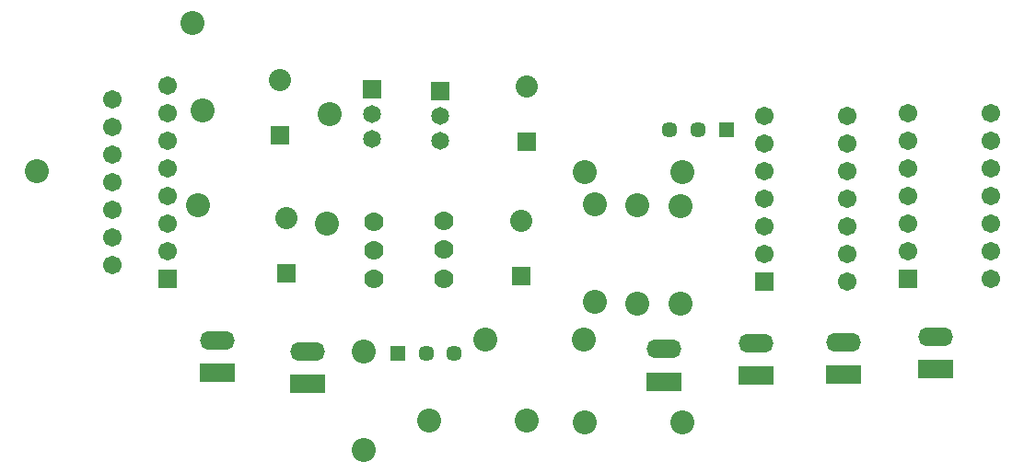
<source format=gbr>
%TF.GenerationSoftware,Altium Limited,Altium Designer,25.8.1 (18)*%
G04 Layer_Color=16711935*
%FSLAX45Y45*%
%MOMM*%
%TF.SameCoordinates,5194DE87-2E3A-4D0E-B7FB-1F2D01658319*%
%TF.FilePolarity,Negative*%
%TF.FileFunction,Soldermask,Bot*%
%TF.Part,Single*%
G01*
G75*
%TA.AperFunction,ComponentPad*%
%ADD17C,1.65100*%
%ADD18C,1.45000*%
%ADD19R,1.45000X1.45000*%
%ADD20C,2.03200*%
%ADD21R,1.65100X1.65100*%
%ADD22C,1.77800*%
%ADD23R,1.77800X1.77800*%
%ADD32O,3.20320X1.70320*%
%ADD33R,3.20320X1.70320*%
%ADD34C,1.70320*%
%ADD35C,2.20320*%
%ADD36R,1.70320X1.70320*%
%TA.AperFunction,ViaPad*%
%ADD37C,2.20320*%
D17*
X6705600Y8051800D02*
D03*
X6083300Y8064500D02*
D03*
Y8293100D02*
D03*
X6705600Y8280400D02*
D03*
D18*
X6838600Y6096000D02*
D03*
X8820500Y8153500D02*
D03*
X9080500D02*
D03*
X6578600Y6096000D02*
D03*
D19*
X9340500Y8153500D02*
D03*
X6318600Y6096000D02*
D03*
D20*
X7505700Y8547100D02*
D03*
X5232400Y8610600D02*
D03*
X5295900Y7340600D02*
D03*
X7454900Y7315200D02*
D03*
D21*
X6705600Y8509000D02*
D03*
X6083300Y8521700D02*
D03*
D22*
X6096000Y7309800D02*
D03*
X6743700Y6784500D02*
D03*
X6096000Y6781800D02*
D03*
Y7045800D02*
D03*
X6743700Y7312500D02*
D03*
Y7048500D02*
D03*
D23*
X7454900Y6807200D02*
D03*
X5295900Y6832600D02*
D03*
X7505700Y8039100D02*
D03*
X5232400Y8102600D02*
D03*
D32*
X8763000Y6134100D02*
D03*
X11264900Y6248400D02*
D03*
X10414000Y6197600D02*
D03*
X9613900Y6192800D02*
D03*
X5486400Y6116600D02*
D03*
X4660900Y6218200D02*
D03*
D33*
X8763000Y5834100D02*
D03*
X5486400Y5816600D02*
D03*
X4660900Y5918200D02*
D03*
X9613900Y5892800D02*
D03*
X10414000Y5897600D02*
D03*
X11264900Y5948400D02*
D03*
D34*
X11772900Y6781800D02*
D03*
X10452100Y6756400D02*
D03*
X4203700Y7797800D02*
D03*
X3695700Y7670800D02*
D03*
X10452100Y7010400D02*
D03*
Y7264400D02*
D03*
Y7772400D02*
D03*
Y8026400D02*
D03*
X9690100Y8280400D02*
D03*
X11772900Y7035800D02*
D03*
Y7543800D02*
D03*
Y8051800D02*
D03*
X11010900Y8305800D02*
D03*
Y7797800D02*
D03*
Y7289800D02*
D03*
X9690100Y8026400D02*
D03*
X3695700Y7162800D02*
D03*
X10452100Y8280400D02*
D03*
Y7518400D02*
D03*
X9690100Y7772400D02*
D03*
Y7518400D02*
D03*
Y7264400D02*
D03*
Y7010400D02*
D03*
X11772900Y8305800D02*
D03*
Y7797800D02*
D03*
Y7289800D02*
D03*
X11010900Y8051800D02*
D03*
Y7543800D02*
D03*
Y7035800D02*
D03*
X3695700Y6908800D02*
D03*
X4203700Y7035800D02*
D03*
Y7289800D02*
D03*
X3695700Y7416800D02*
D03*
X4203700Y7543800D02*
D03*
X3695700Y7924800D02*
D03*
X4203700Y8051800D02*
D03*
X3695700Y8178800D02*
D03*
X4203700Y8305800D02*
D03*
X3695700Y8432800D02*
D03*
X4203700Y8559800D02*
D03*
D35*
X8026400Y6223000D02*
D03*
X8128000Y7465900D02*
D03*
X8939100Y5461000D02*
D03*
X8039100D02*
D03*
X6604000Y5473700D02*
D03*
X7504000D02*
D03*
X8939100Y7759700D02*
D03*
X7126400Y6223000D02*
D03*
X8915400Y7453200D02*
D03*
X6007100Y6108700D02*
D03*
Y5208700D02*
D03*
X8039100Y7759700D02*
D03*
X8915400Y6553200D02*
D03*
X8128000Y6565900D02*
D03*
X8521700Y6554900D02*
D03*
Y7454900D02*
D03*
D36*
X9690100Y6756400D02*
D03*
X11010900Y6781800D02*
D03*
X4203700D02*
D03*
D37*
X4483100Y7454900D02*
D03*
X5665229Y7291025D02*
D03*
X5689600Y8293100D02*
D03*
X4521200Y8331200D02*
D03*
X4432300Y9131300D02*
D03*
X2997200Y7772400D02*
D03*
%TF.MD5,1eb0415b125bf952014f4fa724077adc*%
M02*

</source>
